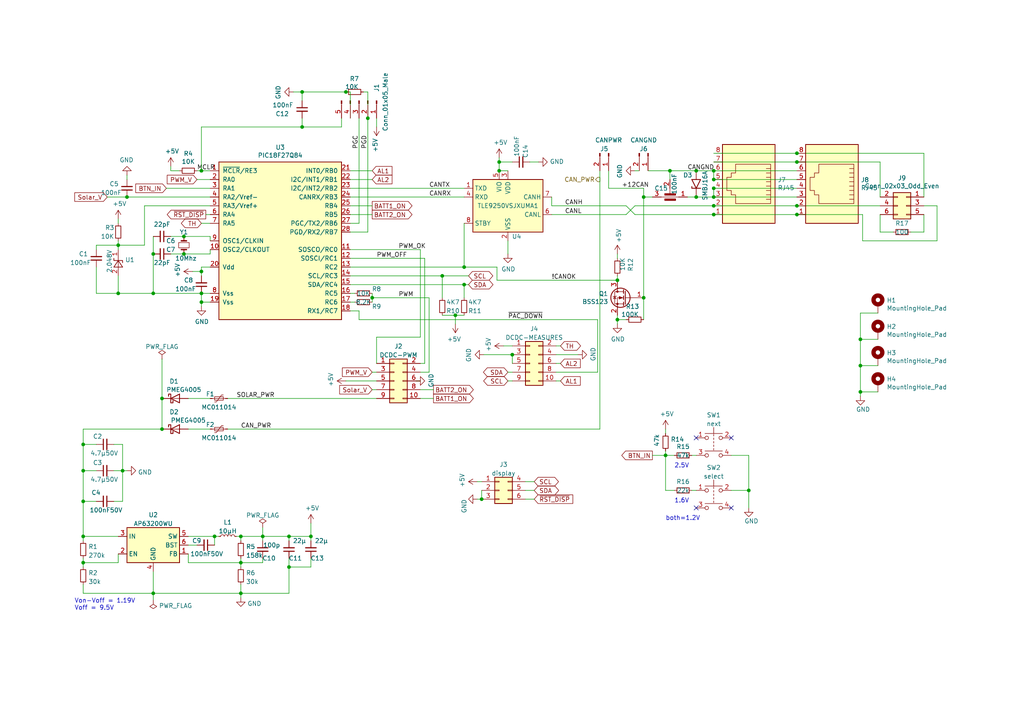
<source format=kicad_sch>
(kicad_sch (version 20211123) (generator eeschema)
  (paper "A4")
  (junction (at 148.59 102.87))
  (junction (at 207.01 49.53))
  (junction (at 207.01 59.69))
  (junction (at 69.85 163.195))
  (junction (at 34.29 85.09))
  (junction (at 46.99 124.46))
  (junction (at 134.62 77.47))
  (junction (at 62.23 155.575))
  (junction (at 106.68 34.29))
  (junction (at 53.34 73.66))
  (junction (at 179.07 92.71))
  (junction (at 231.14 46.99))
  (junction (at 76.2 155.575))
  (junction (at 144.78 49.53))
  (junction (at 193.04 132.08))
  (junction (at 83.82 155.575))
  (junction (at 231.14 62.23))
  (junction (at 90.17 155.575))
  (junction (at 139.7 144.78))
  (junction (at 231.14 44.45))
  (junction (at 217.17 142.24))
  (junction (at 69.85 172.085))
  (junction (at 132.08 91.44))
  (junction (at 24.13 145.415))
  (junction (at 24.13 136.525))
  (junction (at 201.93 49.53))
  (junction (at 249.555 106.045))
  (junction (at 58.42 85.09))
  (junction (at 128.27 80.01))
  (junction (at 34.29 71.12))
  (junction (at 207.01 54.61))
  (junction (at 201.93 57.15))
  (junction (at 107.95 86.36))
  (junction (at 36.83 57.15))
  (junction (at 53.34 68.58))
  (junction (at 87.63 26.67))
  (junction (at 24.13 155.575))
  (junction (at 249.555 113.665))
  (junction (at 58.42 87.63))
  (junction (at 24.13 128.905))
  (junction (at 46.99 115.57))
  (junction (at 207.01 52.07))
  (junction (at 194.31 49.53))
  (junction (at 44.45 85.09))
  (junction (at 144.78 46.99))
  (junction (at 35.56 136.525))
  (junction (at 231.14 59.69))
  (junction (at 207.01 62.23))
  (junction (at 186.69 86.36))
  (junction (at 24.13 163.195))
  (junction (at 87.63 36.83))
  (junction (at 100.33 26.67))
  (junction (at 69.85 155.575))
  (junction (at 249.555 98.425))
  (junction (at 186.69 57.15))
  (junction (at 179.07 81.28))
  (junction (at 207.01 57.15))
  (junction (at 44.45 172.085))
  (junction (at 58.42 78.74))
  (junction (at 83.82 164.465))
  (junction (at 44.45 73.66))
  (junction (at 58.42 49.53))
  (junction (at 134.62 82.55))
  (no_connect (at 212.09 147.32))
  (no_connect (at 201.93 147.32))
  (no_connect (at 212.09 127))
  (no_connect (at 201.93 127))
  (wire (pts (xy 101.6 80.01) (xy 128.27 80.01)))
  (wire (pts (xy 179.07 74.93) (xy 179.07 73.66)))
  (wire (pts (xy 76.2 163.195) (xy 69.85 163.195)))
  (wire (pts (xy 107.95 86.36) (xy 124.46 86.36)))
  (wire (pts (xy 35.56 136.525) (xy 35.56 145.415)))
  (wire (pts (xy 68.58 155.575) (xy 69.85 155.575)))
  (wire (pts (xy 34.29 71.12) (xy 34.29 72.39)))
  (wire (pts (xy 34.29 63.5) (xy 34.29 64.77)))
  (wire (pts (xy 200.66 132.08) (xy 201.93 132.08)))
  (wire (pts (xy 35.56 136.525) (xy 36.83 136.525)))
  (wire (pts (xy 24.13 124.46) (xy 46.99 124.46)))
  (wire (pts (xy 101.6 72.39) (xy 121.92 72.39)))
  (wire (pts (xy 148.59 102.87) (xy 148.59 105.41)))
  (wire (pts (xy 249.555 106.045) (xy 249.555 98.425)))
  (wire (pts (xy 146.05 100.33) (xy 148.59 100.33)))
  (wire (pts (xy 123.19 105.41) (xy 121.92 105.41)))
  (wire (pts (xy 249.555 113.665) (xy 254.635 113.665)))
  (wire (pts (xy 69.85 163.195) (xy 69.85 164.465)))
  (wire (pts (xy 255.27 57.15) (xy 255.27 46.99)))
  (wire (pts (xy 60.96 49.53) (xy 58.42 49.53)))
  (wire (pts (xy 101.6 64.77) (xy 104.14 64.77)))
  (wire (pts (xy 173.355 107.95) (xy 161.29 107.95)))
  (wire (pts (xy 267.97 67.31) (xy 264.16 67.31)))
  (wire (pts (xy 69.85 163.195) (xy 69.85 161.925)))
  (wire (pts (xy 173.355 92.71) (xy 173.355 107.95)))
  (wire (pts (xy 104.14 34.29) (xy 104.14 64.77)))
  (wire (pts (xy 60.96 87.63) (xy 58.42 87.63)))
  (wire (pts (xy 53.34 73.66) (xy 49.53 73.66)))
  (wire (pts (xy 179.07 81.28) (xy 179.07 80.01)))
  (wire (pts (xy 152.4 144.78) (xy 154.94 144.78)))
  (wire (pts (xy 62.23 155.575) (xy 63.5 155.575)))
  (wire (pts (xy 34.29 71.12) (xy 41.91 71.12)))
  (wire (pts (xy 52.07 49.53) (xy 49.53 49.53)))
  (wire (pts (xy 184.15 62.23) (xy 181.61 59.69)))
  (wire (pts (xy 104.14 90.17) (xy 104.14 92.71)))
  (wire (pts (xy 60.96 77.47) (xy 58.42 77.47)))
  (wire (pts (xy 33.02 128.905) (xy 35.56 128.905)))
  (wire (pts (xy 184.15 59.69) (xy 181.61 62.23)))
  (wire (pts (xy 34.29 163.195) (xy 24.13 163.195)))
  (wire (pts (xy 66.04 115.57) (xy 109.22 115.57)))
  (wire (pts (xy 54.61 163.195) (xy 69.85 163.195)))
  (wire (pts (xy 83.82 161.925) (xy 83.82 164.465)))
  (wire (pts (xy 58.42 87.63) (xy 58.42 85.09)))
  (wire (pts (xy 231.14 62.23) (xy 250.19 62.23)))
  (wire (pts (xy 255.27 62.23) (xy 255.27 67.31)))
  (wire (pts (xy 85.09 26.67) (xy 87.63 26.67)))
  (wire (pts (xy 69.85 172.085) (xy 44.45 172.085)))
  (wire (pts (xy 207.01 49.53) (xy 207.01 52.07)))
  (wire (pts (xy 161.29 102.87) (xy 167.64 102.87)))
  (wire (pts (xy 101.6 85.09) (xy 102.87 85.09)))
  (wire (pts (xy 69.85 155.575) (xy 69.85 156.845)))
  (wire (pts (xy 31.115 57.15) (xy 36.83 57.15)))
  (wire (pts (xy 134.62 86.36) (xy 134.62 82.55)))
  (wire (pts (xy 54.61 115.57) (xy 60.96 115.57)))
  (wire (pts (xy 161.29 110.49) (xy 162.56 110.49)))
  (wire (pts (xy 34.29 160.655) (xy 34.29 163.195)))
  (wire (pts (xy 147.32 69.85) (xy 147.32 73.66)))
  (wire (pts (xy 24.13 172.085) (xy 44.45 172.085)))
  (wire (pts (xy 90.17 151.765) (xy 90.17 155.575)))
  (wire (pts (xy 199.39 57.15) (xy 201.93 57.15)))
  (wire (pts (xy 83.82 164.465) (xy 83.82 172.085)))
  (wire (pts (xy 58.42 77.47) (xy 58.42 78.74)))
  (wire (pts (xy 134.62 82.55) (xy 135.89 82.55)))
  (wire (pts (xy 184.15 49.53) (xy 185.42 49.53)))
  (wire (pts (xy 58.42 49.53) (xy 58.42 36.83)))
  (wire (pts (xy 44.45 165.735) (xy 44.45 172.085)))
  (wire (pts (xy 101.6 49.53) (xy 107.95 49.53)))
  (wire (pts (xy 83.82 155.575) (xy 90.17 155.575)))
  (wire (pts (xy 24.13 128.905) (xy 24.13 136.525)))
  (wire (pts (xy 104.14 90.17) (xy 101.6 90.17)))
  (wire (pts (xy 58.42 64.77) (xy 60.96 64.77)))
  (wire (pts (xy 255.27 67.31) (xy 259.08 67.31)))
  (wire (pts (xy 193.04 130.81) (xy 193.04 132.08)))
  (wire (pts (xy 207.01 57.15) (xy 207.01 54.61)))
  (wire (pts (xy 181.61 59.69) (xy 160.02 59.69)))
  (wire (pts (xy 249.555 90.805) (xy 254.635 90.805)))
  (wire (pts (xy 160.02 59.69) (xy 160.02 57.15)))
  (wire (pts (xy 87.63 29.21) (xy 87.63 26.67)))
  (wire (pts (xy 148.59 46.99) (xy 144.78 46.99)))
  (wire (pts (xy 99.06 34.29) (xy 99.06 36.83)))
  (wire (pts (xy 101.6 26.67) (xy 101.6 34.29)))
  (wire (pts (xy 184.15 59.69) (xy 207.01 59.69)))
  (wire (pts (xy 144.78 49.53) (xy 147.32 49.53)))
  (wire (pts (xy 193.04 132.08) (xy 195.58 132.08)))
  (wire (pts (xy 217.17 132.08) (xy 217.17 142.24)))
  (wire (pts (xy 249.555 113.665) (xy 249.555 106.045)))
  (wire (pts (xy 100.33 26.67) (xy 101.6 26.67)))
  (wire (pts (xy 58.42 88.9) (xy 58.42 87.63)))
  (wire (pts (xy 249.555 98.425) (xy 254.635 98.425)))
  (wire (pts (xy 90.17 155.575) (xy 90.17 156.845)))
  (wire (pts (xy 69.85 155.575) (xy 76.2 155.575)))
  (wire (pts (xy 267.97 62.23) (xy 267.97 67.31)))
  (wire (pts (xy 48.26 54.61) (xy 60.96 54.61)))
  (wire (pts (xy 101.6 62.23) (xy 107.95 62.23)))
  (wire (pts (xy 147.32 107.95) (xy 148.59 107.95)))
  (wire (pts (xy 212.09 142.24) (xy 217.17 142.24)))
  (wire (pts (xy 138.43 144.78) (xy 139.7 144.78)))
  (wire (pts (xy 24.13 155.575) (xy 24.13 156.845)))
  (wire (pts (xy 186.69 54.61) (xy 186.69 57.15)))
  (wire (pts (xy 24.13 136.525) (xy 24.13 145.415)))
  (wire (pts (xy 34.29 69.85) (xy 34.29 71.12)))
  (wire (pts (xy 24.13 145.415) (xy 27.94 145.415)))
  (wire (pts (xy 69.85 172.085) (xy 69.85 169.545)))
  (wire (pts (xy 44.45 85.09) (xy 44.45 73.66)))
  (wire (pts (xy 231.14 62.23) (xy 207.01 62.23)))
  (wire (pts (xy 59.69 62.23) (xy 60.96 62.23)))
  (wire (pts (xy 87.63 34.29) (xy 87.63 36.83)))
  (wire (pts (xy 101.6 54.61) (xy 134.62 54.61)))
  (wire (pts (xy 87.63 36.83) (xy 58.42 36.83)))
  (wire (pts (xy 41.91 71.12) (xy 41.91 59.69)))
  (wire (pts (xy 60.96 68.58) (xy 60.96 69.85)))
  (wire (pts (xy 271.78 69.85) (xy 271.78 59.69)))
  (wire (pts (xy 109.22 97.79) (xy 121.92 97.79)))
  (wire (pts (xy 124.46 86.36) (xy 124.46 107.95)))
  (wire (pts (xy 54.61 158.115) (xy 57.15 158.115)))
  (wire (pts (xy 27.94 85.09) (xy 27.94 77.47)))
  (wire (pts (xy 184.15 62.23) (xy 207.01 62.23)))
  (wire (pts (xy 181.61 62.23) (xy 160.02 62.23)))
  (wire (pts (xy 34.29 85.09) (xy 27.94 85.09)))
  (wire (pts (xy 24.13 169.545) (xy 24.13 172.085)))
  (wire (pts (xy 83.82 172.085) (xy 69.85 172.085)))
  (wire (pts (xy 271.78 59.69) (xy 267.97 59.69)))
  (wire (pts (xy 139.7 142.24) (xy 139.7 144.78)))
  (wire (pts (xy 100.33 110.49) (xy 109.22 110.49)))
  (wire (pts (xy 207.01 44.45) (xy 231.14 44.45)))
  (wire (pts (xy 101.6 87.63) (xy 102.87 87.63)))
  (wire (pts (xy 101.6 82.55) (xy 134.62 82.55)))
  (wire (pts (xy 121.92 115.57) (xy 125.73 115.57)))
  (wire (pts (xy 186.69 86.36) (xy 186.69 92.71)))
  (wire (pts (xy 101.6 57.15) (xy 134.62 57.15)))
  (wire (pts (xy 76.2 161.925) (xy 76.2 163.195)))
  (wire (pts (xy 106.68 34.29) (xy 106.68 67.31)))
  (wire (pts (xy 231.14 52.07) (xy 207.01 52.07)))
  (wire (pts (xy 27.94 71.12) (xy 27.94 72.39)))
  (wire (pts (xy 24.13 161.925) (xy 24.13 163.195)))
  (wire (pts (xy 195.58 142.24) (xy 193.04 142.24)))
  (wire (pts (xy 106.68 26.67) (xy 106.68 34.29)))
  (wire (pts (xy 83.82 164.465) (xy 90.17 164.465)))
  (wire (pts (xy 34.29 85.09) (xy 44.45 85.09)))
  (wire (pts (xy 194.31 49.53) (xy 201.93 49.53)))
  (wire (pts (xy 231.14 46.99) (xy 207.01 46.99)))
  (wire (pts (xy 207.01 59.69) (xy 231.14 59.69)))
  (wire (pts (xy 101.6 59.69) (xy 107.95 59.69)))
  (wire (pts (xy 60.96 72.39) (xy 60.96 73.66)))
  (wire (pts (xy 121.92 113.03) (xy 125.73 113.03)))
  (wire (pts (xy 101.6 52.07) (xy 107.95 52.07)))
  (wire (pts (xy 58.42 78.74) (xy 55.88 78.74)))
  (wire (pts (xy 49.53 68.58) (xy 53.34 68.58)))
  (wire (pts (xy 249.555 98.425) (xy 249.555 90.805)))
  (wire (pts (xy 134.62 77.47) (xy 101.6 77.47)))
  (wire (pts (xy 83.82 155.575) (xy 83.82 156.845)))
  (wire (pts (xy 90.17 164.465) (xy 90.17 161.925)))
  (wire (pts (xy 249.555 106.045) (xy 254.635 106.045)))
  (wire (pts (xy 62.23 155.575) (xy 62.23 158.115)))
  (wire (pts (xy 24.13 145.415) (xy 24.13 155.575)))
  (wire (pts (xy 132.08 91.44) (xy 128.27 91.44)))
  (wire (pts (xy 44.45 85.09) (xy 58.42 85.09)))
  (wire (pts (xy 179.07 93.98) (xy 179.07 92.71)))
  (wire (pts (xy 135.89 80.01) (xy 128.27 80.01)))
  (wire (pts (xy 138.43 139.7) (xy 139.7 139.7)))
  (wire (pts (xy 76.2 155.575) (xy 83.82 155.575)))
  (wire (pts (xy 60.96 85.09) (xy 58.42 85.09)))
  (wire (pts (xy 249.555 114.935) (xy 249.555 113.665)))
  (wire (pts (xy 134.62 91.44) (xy 132.08 91.44)))
  (wire (pts (xy 24.13 128.905) (xy 27.94 128.905)))
  (wire (pts (xy 57.15 52.07) (xy 60.96 52.07)))
  (wire (pts (xy 144.145 81.28) (xy 144.145 77.47)))
  (wire (pts (xy 34.29 71.12) (xy 27.94 71.12)))
  (wire (pts (xy 207.01 54.61) (xy 231.14 54.61)))
  (wire (pts (xy 250.19 62.23) (xy 250.19 69.85)))
  (wire (pts (xy 152.4 142.24) (xy 154.94 142.24)))
  (wire (pts (xy 161.29 100.33) (xy 162.56 100.33)))
  (wire (pts (xy 187.96 49.53) (xy 194.31 49.53)))
  (wire (pts (xy 53.34 68.58) (xy 60.96 68.58)))
  (wire (pts (xy 121.92 110.49) (xy 120.65 110.49)))
  (wire (pts (xy 186.69 57.15) (xy 189.23 57.15)))
  (wire (pts (xy 107.95 113.03) (xy 109.22 113.03)))
  (wire (pts (xy 207.01 57.15) (xy 201.93 57.15)))
  (wire (pts (xy 58.42 49.53) (xy 57.15 49.53)))
  (wire (pts (xy 34.29 80.01) (xy 34.29 85.09)))
  (wire (pts (xy 87.63 36.83) (xy 99.06 36.83)))
  (wire (pts (xy 194.31 49.53) (xy 194.31 52.07)))
  (wire (pts (xy 87.63 26.67) (xy 100.33 26.67)))
  (wire (pts (xy 46.99 115.57) (xy 46.99 124.46)))
  (wire (pts (xy 54.61 160.655) (xy 54.61 163.195)))
  (wire (pts (xy 24.13 163.195) (xy 24.13 164.465)))
  (wire (pts (xy 49.53 49.53) (xy 49.53 48.26)))
  (wire (pts (xy 54.61 155.575) (xy 62.23 155.575)))
  (wire (pts (xy 189.23 132.08) (xy 193.04 132.08)))
  (wire (pts (xy 181.61 92.71) (xy 179.07 92.71)))
  (wire (pts (xy 161.29 105.41) (xy 162.56 105.41)))
  (wire (pts (xy 76.2 155.575) (xy 76.2 156.845)))
  (wire (pts (xy 152.4 139.7) (xy 154.94 139.7)))
  (wire (pts (xy 212.09 132.08) (xy 217.17 132.08)))
  (wire (pts (xy 153.67 46.99) (xy 156.21 46.99)))
  (wire (pts (xy 121.92 72.39) (xy 121.92 97.79)))
  (wire (pts (xy 217.17 142.24) (xy 217.17 147.32)))
  (wire (pts (xy 144.78 46.99) (xy 144.78 49.53)))
  (wire (pts (xy 107.95 85.09) (xy 107.95 86.36)))
  (wire (pts (xy 144.145 77.47) (xy 134.62 77.47)))
  (wire (pts (xy 35.56 145.415) (xy 33.02 145.415)))
  (wire (pts (xy 176.53 49.53) (xy 176.53 54.61)))
  (wire (pts (xy 24.13 136.525) (xy 27.94 136.525)))
  (wire (pts (xy 134.62 64.77) (xy 134.62 77.47)))
  (wire (pts (xy 267.97 44.45) (xy 267.97 57.15)))
  (wire (pts (xy 250.19 69.85) (xy 271.78 69.85)))
  (wire (pts (xy 147.32 110.49) (xy 148.59 110.49)))
  (wire (pts (xy 76.2 153.035) (xy 76.2 155.575)))
  (wire (pts (xy 24.13 155.575) (xy 34.29 155.575)))
  (wire (pts (xy 69.85 172.085) (xy 69.85 173.355)))
  (wire (pts (xy 36.83 57.15) (xy 60.96 57.15)))
  (wire (pts (xy 132.08 93.98) (xy 132.08 91.44)))
  (wire (pts (xy 33.02 136.525) (xy 35.56 136.525)))
  (wire (pts (xy 41.91 59.69) (xy 60.96 59.69)))
  (wire (pts (xy 176.53 54.61) (xy 186.69 54.61)))
  (wire (pts (xy 109.22 97.79) (xy 109.22 105.41)))
  (wire (pts (xy 44.45 68.58) (xy 44.45 73.66)))
  (wire (pts (xy 101.6 74.93) (xy 123.19 74.93)))
  (wire (pts (xy 193.04 124.46) (xy 193.04 125.73)))
  (wire (pts (xy 109.22 36.83) (xy 109.22 34.29)))
  (wire (pts (xy 105.41 26.67) (xy 106.68 26.67)))
  (wire (pts (xy 107.95 107.95) (xy 109.22 107.95)))
  (wire (pts (xy 124.46 107.95) (xy 121.92 107.95)))
  (wire (pts (xy 231.14 59.69) (xy 255.27 59.69)))
  (wire (pts (xy 101.6 67.31) (xy 106.68 67.31)))
  (wire (pts (xy 60.96 73.66) (xy 53.34 73.66)))
  (wire (pts (xy 54.61 124.46) (xy 60.96 124.46)))
  (wire (pts (xy 35.56 128.905) (xy 35.56 136.525)))
  (wire (pts (xy 44.45 172.085) (xy 44.45 173.99)))
  (wire (pts (xy 144.145 81.28) (xy 179.07 81.28)))
  (wire (pts (xy 173.99 49.53) (xy 173.99 124.46)))
  (wire (pts (xy 201.93 49.53) (xy 207.01 49.53)))
  (wire (pts (xy 104.14 92.71) (xy 173.355 92.71)))
  (wire (pts (xy 186.69 57.15) (xy 186.69 86.36)))
  (wire (pts (xy 193.04 142.24) (xy 193.04 132.08)))
  (wire (pts (xy 128.27 86.36) (xy 128.27 80.01)))
  (wire (pts (xy 107.95 86.36) (xy 107.95 87.63)))
  (wire (pts (xy 46.99 104.14) (xy 46.99 115.57)))
  (wire (pts (xy 207.01 49.53) (xy 231.14 49.53)))
  (wire (pts (xy 231.14 57.15) (xy 207.01 57.15)))
  (wire (pts (xy 123.19 74.93) (xy 123.19 105.41)))
  (wire (pts (xy 58.42 78.74) (xy 58.42 80.01)))
  (wire (pts (xy 231.14 44.45) (xy 267.97 44.45)))
  (wire (pts (xy 24.13 124.46) (xy 24.13 128.905)))
  (wire (pts (xy 200.66 142.24) (xy 201.93 142.24)))
  (wire (pts (xy 140.335 102.87) (xy 148.59 102.87)))
  (wire (pts (xy 66.04 124.46) (xy 173.99 124.46)))
  (wire (pts (xy 179.07 92.71) (xy 179.07 91.44)))
  (wire (pts (xy 144.78 45.72) (xy 144.78 46.99)))
  (wire (pts (xy 36.83 50.8) (xy 36.83 52.07)))
  (wire (pts (xy 255.27 46.99) (xy 231.14 46.99)))
  (text "both=1.2V" (at 193.04 151.13 0) (effects (font (size 1.27 1.27)) (justify left bottom)))
  (text "1.6V" (at 195.58 146.05 0) (effects (font (size 1.27 1.27)) (justify left bottom)))
  (text "2.5V\n" (at 195.58 135.89 0) (effects (font (size 1.27 1.27)) (justify left bottom)))
  (text "Von-Voff = 1.19V\nVoff = 9.5V" (at 21.59 177.165 0) (effects (font (size 1.27 1.27)) (justify left bottom)))
  (label "CANH" (at 163.83 59.69 0))
  (label "PGD" (at 106.68 43.18 90))
  (label "CANL" (at 163.83 62.23 0))
  (label "CANGND" (at 199.39 49.53 0))
  (label "CANTX" (at 124.46 54.61 0))
  (label "!CANOK" (at 160.02 81.28 0))
  (label "~{PAC_DOWN}" (at 147.32 92.71 0))
  (label "CAN_PWR" (at 69.85 124.46 0))
  (label "PWM" (at 115.57 86.36 0))
  (label "+12CAN" (at 180.34 54.61 0))
  (label "PGC" (at 104.14 43.18 90))
  (label "PWM_OFF" (at 109.22 74.93 0))
  (label "PWM_OK" (at 115.57 72.39 0))
  (label "MCLR" (at 57.15 49.53 0))
  (label "CANRX" (at 124.46 57.15 0))
  (label "SOLAR_PWR" (at 68.58 115.57 0))
  (global_label "BTN_IN" (shape output) (at 189.23 132.08 180) (property "Intersheet References" "${INTERSHEET_REFS}" (effects hide)))
  (global_label "SCL" (shape bidirectional) (at 154.94 139.7 0) (property "Intersheet References" "${INTERSHEET_REFS}" (effects hide)))
  (global_label "AL2" (shape input) (at 107.95 52.07 0) (property "Intersheet References" "${INTERSHEET_REFS}" (effects hide)))
  (global_label "BATT2_ON" (shape output) (at 125.73 113.03 0) (property "Intersheet References" "${INTERSHEET_REFS}" (effects hide)))
  (global_label "AL1" (shape input) (at 107.95 49.53 0) (property "Intersheet References" "${INTERSHEET_REFS}" (effects hide)))
  (global_label "BATT2_ON" (shape output) (at 107.95 62.23 0) (property "Intersheet References" "${INTERSHEET_REFS}" (effects hide)))
  (global_label "SDA" (shape bidirectional) (at 135.89 82.55 0) (property "Intersheet References" "${INTERSHEET_REFS}" (effects hide)))
  (global_label "BTN_IN" (shape input) (at 48.26 54.61 180) (property "Intersheet References" "${INTERSHEET_REFS}" (effects hide)))
  (global_label "TH" (shape tri_state) (at 58.42 64.77 180) (property "Intersheet References" "${INTERSHEET_REFS}" (effects hide)))
  (global_label "~{RST_DISP}" (shape output) (at 59.69 62.23 180) (property "Intersheet References" "${INTERSHEET_REFS}" (effects hide)))
  (global_label "AL2" (shape input) (at 162.56 105.41 0) (property "Intersheet References" "${INTERSHEET_REFS}" (effects hide)))
  (global_label "~{RST_DISP}" (shape input) (at 154.94 144.78 0) (property "Intersheet References" "${INTERSHEET_REFS}" (effects hide)))
  (global_label "SDA" (shape bidirectional) (at 154.94 142.24 0) (property "Intersheet References" "${INTERSHEET_REFS}" (effects hide)))
  (global_label "BATT1_ON" (shape output) (at 107.95 59.69 0) (property "Intersheet References" "${INTERSHEET_REFS}" (effects hide)))
  (global_label "SDA" (shape bidirectional) (at 147.32 107.95 180) (property "Intersheet References" "${INTERSHEET_REFS}" (effects hide)))
  (global_label "AL1" (shape input) (at 162.56 110.49 0) (property "Intersheet References" "${INTERSHEET_REFS}" (effects hide)))
  (global_label "SCL" (shape bidirectional) (at 135.89 80.01 0) (property "Intersheet References" "${INTERSHEET_REFS}" (effects hide)))
  (global_label "PWM_V" (shape input) (at 107.95 107.95 180) (property "Intersheet References" "${INTERSHEET_REFS}" (effects hide)))
  (global_label "Solar_V" (shape input) (at 31.115 57.15 180) (property "Intersheet References" "${INTERSHEET_REFS}" (effects hide)))
  (global_label "PWM_V" (shape input) (at 57.15 52.07 180) (property "Intersheet References" "${INTERSHEET_REFS}" (effects hide)))
  (global_label "Solar_V" (shape input) (at 107.95 113.03 180) (property "Intersheet References" "${INTERSHEET_REFS}" (effects hide)))
  (global_label "TH" (shape tri_state) (at 162.56 100.33 0) (property "Intersheet References" "${INTERSHEET_REFS}" (effects hide)))
  (global_label "BATT1_ON" (shape output) (at 125.73 115.57 0) (property "Intersheet References" "${INTERSHEET_REFS}" (effects hide)))
  (global_label "SCL" (shape bidirectional) (at 147.32 110.49 180) (property "Intersheet References" "${INTERSHEET_REFS}" (effects hide)))
  (hierarchical_label "CAN_PWR" (shape output) (at 173.99 52.07 180))
  (symbol (lib_id "Mechanical:MountingHole_Pad") (at 254.635 88.265 0) (unit 1)
    (property "Reference" "H1" (at 257.175 87.0966 0) (effects (justify left)))
    (property "Value" "MountingHole_Pad" (at 257.175 89.408 0) (effects (justify left)))
    (property "Footprint" "MountingHole:MountingHole_3.2mm_M3_DIN965_Pad" (effects hide))
    (property "P/N" "N/A" (effects hide))
  )
  (symbol (lib_id "Mechanical:MountingHole_Pad") (at 254.635 95.885 0) (unit 1)
    (property "Reference" "H2" (at 257.175 94.7166 0) (effects (justify left)))
    (property "Value" "MountingHole_Pad" (at 257.175 97.028 0) (effects (justify left)))
    (property "Footprint" "MountingHole:MountingHole_3.2mm_M3_DIN965_Pad" (effects hide))
    (property "P/N" "N/A" (effects hide))
  )
  (symbol (lib_id "Mechanical:MountingHole_Pad") (at 254.635 103.505 0) (unit 1)
    (property "Reference" "H3" (at 257.175 102.3366 0) (effects (justify left)))
    (property "Value" "MountingHole_Pad" (at 257.175 104.648 0) (effects (justify left)))
    (property "Footprint" "MountingHole:MountingHole_3.2mm_M3_DIN965_Pad" (effects hide))
    (property "P/N" "N/A" (effects hide))
  )
  (symbol (lib_id "Mechanical:MountingHole_Pad") (at 254.635 111.125 0) (unit 1)
    (property "Reference" "H4" (at 257.175 109.9566 0) (effects (justify left)))
    (property "Value" "MountingHole_Pad" (at 257.175 112.268 0) (effects (justify left)))
    (property "Footprint" "MountingHole:MountingHole_3.2mm_M3_DIN965_Pad" (effects hide))
    (property "P/N" "N/A" (effects hide))
  )
  (symbol (lib_id "Device:C_Small") (at 36.83 54.61 180) (unit 1)
    (property "Reference" "C5" (at 31.75 53.34 0) (effects (justify right)))
    (property "Value" "100nF" (at 29.21 55.88 0) (effects (justify right)))
    (property "Footprint" "Capacitor_SMD:C_0603_1608Metric_Pad1.08x0.95mm_HandSolder" (effects hide))
    (property "P/N" "MC0603B104K250CT (stock)" (effects hide))
  )
  (symbol (lib_id "power:+5V") (at 138.43 139.7 90) (unit 1)
    (property "Reference" "#PWR014" (effects hide))
    (property "Value" "+5V" (at 134.0358 139.319 0))
  )
  (symbol (lib_id "Device:Polyfuse_Small") (at 63.5 115.57 270) (unit 1)
    (property "Reference" "F1" (at 60.96 114.3 90))
    (property "Value" "MC011014" (at 63.5 118.11 90))
    (property "Footprint" "Fuse:Fuse_2920_7451Metric_Pad2.10x5.45mm_HandSolder" (effects hide))
    (property "P/N" "MC011014 (F)" (effects hide))
  )
  (symbol (lib_id "Device:R_Small") (at 128.27 88.9 0) (unit 1)
    (property "Reference" "R10" (at 133.35 90.17 0) (effects (justify right)))
    (property "Value" "4K7" (at 133.35 87.63 0) (effects (justify right)))
    (property "Footprint" "Resistor_SMD:R_0805_2012Metric_Pad1.20x1.40mm_HandSolder" (effects hide))
    (property "P/N" "stock" (effects hide))
  )
  (symbol (lib_id "Device:C_Small") (at 27.94 74.93 180) (unit 1)
    (property "Reference" "C1" (at 22.86 73.66 0) (effects (justify right)))
    (property "Value" "100nF" (at 20.32 76.2 0) (effects (justify right)))
    (property "Footprint" "Capacitor_SMD:C_0603_1608Metric_Pad1.08x0.95mm_HandSolder" (effects hide))
    (property "P/N" "MC0603B104K250CT (stock)" (effects hide))
  )
  (symbol (lib_id "Device:D_Schottky") (at 50.8 124.46 0) (unit 1)
    (property "Reference" "D2" (at 50.4825 119.4902 0))
    (property "Value" "PMEG4005" (at 54.61 121.92 0))
    (property "Footprint" "Diode_SMD:D_SOD-123" (effects hide))
    (property "P/N" "PMEG4005EGWX (stock)" (effects hide))
  )
  (symbol (lib_id "Device:R_Small") (at 69.85 167.005 0) (unit 1)
    (property "Reference" "R6" (at 71.3486 166.1703 0) (effects (justify left)))
    (property "Value" "30k" (at 71.3486 168.7072 0) (effects (justify left)))
    (property "Footprint" "Resistor_SMD:R_0805_2012Metric_Pad1.20x1.40mm_HandSolder" (effects hide))
    (property "P/N" "MCWR08X3002FTL (F)" (effects hide))
  )
  (symbol (lib_id "power:GND") (at 217.17 147.32 0) (unit 1)
    (property "Reference" "#PWR025" (effects hide))
    (property "Value" "GND" (at 215.9 151.13 0) (effects (justify left)))
  )
  (symbol (lib_id "Device:C_Small") (at 30.48 136.525 90) (unit 1)
    (property "Reference" "C3" (at 29.6516 134.2009 90) (effects (justify left)))
    (property "Value" "4.7µ50V" (at 34.29 139.065 90) (effects (justify left)))
    (property "Footprint" "Capacitor_SMD:C_1206_3216Metric_Pad1.33x1.80mm_HandSolder" (effects hide))
    (property "P/N" "GRM31CR71H475KA12L (M)" (effects hide))
  )
  (symbol (lib_id "power:+5V") (at 193.04 124.46 0) (unit 1)
    (property "Reference" "#PWR024" (effects hide))
    (property "Value" "+5V" (at 193.421 120.0658 0))
  )
  (symbol (lib_id "Device:R_Small") (at 198.12 132.08 90) (unit 1)
    (property "Reference" "R15" (at 198.12 129.54 90))
    (property "Value" "47k" (at 198.12 132.08 90))
    (property "Footprint" "Resistor_SMD:R_0805_2012Metric_Pad1.20x1.40mm_HandSolder" (effects hide))
    (property "P/N" "stock" (effects hide))
  )
  (symbol (lib_id "Device:R_Small") (at 198.12 142.24 90) (unit 1)
    (property "Reference" "R16" (at 198.12 139.7 90))
    (property "Value" "22k" (at 198.12 142.24 90))
    (property "Footprint" "Resistor_SMD:R_0805_2012Metric_Pad1.20x1.40mm_HandSolder" (effects hide))
    (property "P/N" "WF08P2202FTL (F)" (effects hide))
  )
  (symbol (lib_id "Device:C_Small") (at 76.2 159.385 0) (unit 1)
    (property "Reference" "C10" (at 80.01 161.925 0) (effects (justify right)))
    (property "Value" "100p" (at 81.28 158.115 0) (effects (justify right)))
    (property "Footprint" "Capacitor_SMD:C_0805_2012Metric_Pad1.18x1.45mm_HandSolder" (effects hide))
    (property "P/N" "MC0805B101K500CT (F)" (effects hide))
  )
  (symbol (lib_id "Connector:Conn_01x05_Male") (at 104.14 29.21 270) (unit 1)
    (property "Reference" "J1" (at 109.22 26.67 0) (effects (justify right)))
    (property "Value" "Conn_01x05_Male" (at 111.76 38.1 0) (effects (justify right)))
    (property "Footprint" "Connector_PinHeader_2.54mm:PinHeader_1x05_P2.54mm_Horizontal" (effects hide))
    (property "P/N" "stock" (effects hide))
  )
  (symbol (lib_id "Device:Q_NMOS_GSD") (at 181.61 86.36 0) (mirror y) (unit 1)
    (property "Reference" "Q1" (at 176.403 85.1916 0) (effects (justify left)))
    (property "Value" "BSS123" (at 176.403 87.503 0) (effects (justify left)))
    (property "Footprint" "Package_TO_SOT_SMD:SOT-23" (effects hide))
    (property "P/N" "BSS123 (stock)" (effects hide))
  )
  (symbol (lib_id "Connector:RJ45") (at 241.3 54.61 0) (mirror y) (unit 1)
    (property "Reference" "J8" (at 249.682 52.1716 0) (effects (justify right)))
    (property "Value" "RJ45" (at 249.682 54.483 0) (effects (justify right)))
    (property "Footprint" "local:RJ45_Amphenol_54602-x08_Horizontal_handsolder" (effects hide))
    (property "P/N" "54601-908WPLF (stock)" (effects hide))
  )
  (symbol (lib_id "Device:C_Small") (at 59.69 158.115 270) (unit 1)
    (property "Reference" "C9" (at 58.42 156.845 90) (effects (justify right)))
    (property "Value" "100nF50V" (at 64.77 160.655 90) (effects (justify right)))
    (property "Footprint" "Capacitor_SMD:C_1206_3216Metric_Pad1.33x1.80mm_HandSolder" (effects hide))
    (property "P/N" "C1206C104K5RACTU (M)" (effects hide))
  )
  (symbol (lib_id "power:+5V") (at 144.78 45.72 0) (unit 1)
    (property "Reference" "#PWR017" (effects hide))
    (property "Value" "+5V" (at 145.161 41.3258 0))
  )
  (symbol (lib_id "Connector:RJ45") (at 217.17 54.61 0) (mirror y) (unit 1)
    (property "Reference" "J7" (at 225.552 52.1716 0) (effects (justify right)))
    (property "Value" "RJ45" (at 225.552 54.483 0) (effects (justify right)))
    (property "Footprint" "local:RJ45_Amphenol_54602-x08_Horizontal_handsolder" (effects hide))
    (property "P/N" "54601-908WPLF (stock)" (effects hide))
  )
  (symbol (lib_id "Device:R_Small") (at 261.62 67.31 270) (unit 1)
    (property "Reference" "R17" (at 261.62 64.77 90))
    (property "Value" "100" (at 261.62 67.31 90))
    (property "Footprint" "Resistor_SMD:R_0805_2012Metric_Pad1.20x1.40mm_HandSolder" (effects hide))
    (property "P/N" "MCWF08P1000FTL (stock)" (effects hide))
  )
  (symbol (lib_id "power:GND") (at 58.42 88.9 0) (unit 1)
    (property "Reference" "#PWR06" (effects hide))
    (property "Value" "GND" (at 58.547 93.2942 0))
  )
  (symbol (lib_id "power:+5V") (at 90.17 151.765 0) (unit 1)
    (property "Reference" "#PWR09" (effects hide))
    (property "Value" "+5V" (at 90.551 147.3708 0))
  )
  (symbol (lib_id "Device:D_Schottky") (at 50.8 115.57 0) (unit 1)
    (property "Reference" "D1" (at 50.4825 110.6002 0))
    (property "Value" "PMEG4005" (at 53.34 113.03 0))
    (property "Footprint" "Diode_SMD:D_SOD-123" (effects hide))
    (property "P/N" "PMEG4005EGWX (stock)" (effects hide))
  )
  (symbol (lib_id "Device:R_Small") (at 69.85 159.385 0) (unit 1)
    (property "Reference" "R5" (at 71.3486 158.5503 0) (effects (justify left)))
    (property "Value" "158k" (at 71.3486 161.0872 0) (effects (justify left)))
    (property "Footprint" "Resistor_SMD:R_0805_2012Metric_Pad1.20x1.40mm_HandSolder" (effects hide))
    (property "P/N" "CR0805-FX-1583ELF (M)" (effects hide))
  )
  (symbol (lib_id "Device:C_Small") (at 46.99 73.66 270) (unit 1)
    (property "Reference" "C7" (at 49.53 72.39 90))
    (property "Value" "22pF" (at 46.99 76.2 90))
    (property "Footprint" "Capacitor_THT:C_Disc_D3.8mm_W2.6mm_P2.50mm" (effects hide))
    (property "P/N" "stock" (effects hide))
  )
  (symbol (lib_id "microchip-local:PIC18F27Q84") (at 81.28 69.85 0) (unit 1)
    (property "Reference" "U3" (at 81.28 42.7482 0))
    (property "Value" "PIC18F27Q84" (at 81.28 45.0596 0))
    (property "Footprint" "Package_SO:SOIC-28W_7.5x17.9mm_P1.27mm" (effects hide))
    (property "Datasheet" "http://ww1.microchip.com/downloads/en/DeviceDoc/39977f.pdf" (effects hide))
    (property "P/N" "stock" (effects hide))
  )
  (symbol (lib_id "Device:R_Small") (at 134.62 88.9 0) (unit 1)
    (property "Reference" "R11" (at 139.7 90.17 0) (effects (justify right)))
    (property "Value" "4K7" (at 139.7 87.63 0) (effects (justify right)))
    (property "Footprint" "Resistor_THT:R_Axial_DIN0207_L6.3mm_D2.5mm_P10.16mm_Horizontal" (effects hide))
    (property "P/N" "stock" (effects hide))
  )
  (symbol (lib_id "Connector_Generic:Conn_02x03_Odd_Even") (at 262.89 59.69 0) (mirror y) (unit 1)
    (property "Reference" "J9" (at 261.62 51.6382 0))
    (property "Value" "Conn_02x03_Odd_Even" (at 261.62 53.9496 0))
    (property "Footprint" "Connector_PinHeader_2.54mm:PinHeader_2x03_P2.54mm_Vertical" (effects hide))
    (property "P/N" "stock" (effects hide))
  )
  (symbol (lib_id "power:+5V") (at 179.07 73.66 0) (unit 1)
    (property "Reference" "#PWR021" (effects hide))
    (property "Value" "+5V" (at 179.451 70.4088 90) (effects (justify left)))
  )
  (symbol (lib_id "power:GND") (at 120.65 110.49 90) (unit 1)
    (property "Reference" "#PWR012" (effects hide))
    (property "Value" "GND" (at 125.0442 110.363 0))
  )
  (symbol (lib_id "Regulator_Switching:AP63200WU") (at 44.45 158.115 0) (unit 1)
    (property "Reference" "U2" (at 44.45 149.3352 0))
    (property "Value" "AP63200WU" (at 44.45 151.8721 0))
    (property "Footprint" "Package_TO_SOT_SMD:TSOT-23-6" (effects hide))
    (property "Datasheet" "https://www.diodes.com/assets/Datasheets/AP63200-AP63201-AP63203-AP63205.pdf" (effects hide))
    (property "P/N" "AP63200WU-7 (M)" (effects hide))
  )
  (symbol (lib_id "Device:C_Small") (at 87.63 31.75 0) (unit 1)
    (property "Reference" "C12" (at 83.82 33.02 0) (effects (justify right)))
    (property "Value" "100nF" (at 85.09 30.48 0) (effects (justify right)))
    (property "Footprint" "Capacitor_SMD:C_0603_1608Metric_Pad1.08x0.95mm_HandSolder" (effects hide))
    (property "P/N" "MC0603B104K250CT (stock)" (effects hide))
  )
  (symbol (lib_id "Device:C_Small") (at 83.82 159.385 180) (unit 1)
    (property "Reference" "C11" (at 87.63 161.925 0) (effects (justify left)))
    (property "Value" "22µ" (at 88.9 156.845 0) (effects (justify left)))
    (property "Footprint" "Capacitor_SMD:C_1206_3216Metric_Pad1.33x1.80mm_HandSolder" (effects hide))
    (property "P/N" "CL31A226KAHNNN (M)" (effects hide))
  )
  (symbol (lib_id "Device:C_Feedthrough") (at 194.31 54.61 180) (unit 1)
    (property "Reference" "C15" (at 191.77 54.61 0))
    (property "Value" "100nF" (at 195.58 53.34 90))
    (property "Footprint" "local:C_filter_0805" (effects hide))
    (property "P/N" "NFM21PC104R1E3D (M)" (effects hide))
  )
  (symbol (lib_id "power:GND") (at 85.09 26.67 270) (unit 1)
    (property "Reference" "#PWR08" (effects hide))
    (property "Value" "GND" (at 80.6958 26.797 0))
  )
  (symbol (lib_id "Device:C_Small") (at 46.99 68.58 270) (unit 1)
    (property "Reference" "C6" (at 49.53 69.85 90))
    (property "Value" "22pF" (at 46.99 65.0748 90))
    (property "Footprint" "Capacitor_THT:C_Disc_D3.8mm_W2.6mm_P2.50mm" (effects hide))
    (property "P/N" "stock" (effects hide))
  )
  (symbol (lib_id "power:+5V") (at 49.53 48.26 0) (unit 1)
    (property "Reference" "#PWR04" (effects hide))
    (property "Value" "+5V" (at 49.911 43.8658 0))
  )
  (symbol (lib_id "Device:L_Small") (at 66.04 155.575 90) (unit 1)
    (property "Reference" "L1" (at 66.04 151.4942 90))
    (property "Value" "10µH" (at 66.04 154.0311 90))
    (property "Footprint" "Inductor_SMD:L_12x12mm_H4.5mm" (effects hide))
    (property "P/N" "MP002847 (F)" (effects hide))
  )
  (symbol (lib_id "Device:C_Small") (at 90.17 159.385 180) (unit 1)
    (property "Reference" "C13" (at 93.98 161.925 0) (effects (justify left)))
    (property "Value" "22µ" (at 95.25 156.845 0) (effects (justify left)))
    (property "Footprint" "Capacitor_SMD:C_1206_3216Metric_Pad1.33x1.80mm_HandSolder" (effects hide))
    (property "P/N" "CL31A226KAHNNN (M)" (effects hide))
  )
  (symbol (lib_id "power:PWR_FLAG") (at 76.2 153.035 0) (unit 1)
    (property "Reference" "#FLG03" (effects hide))
    (property "Value" "PWR_FLAG" (at 76.2 149.4592 0))
  )
  (symbol (lib_id "Connector:Conn_01x02_Male") (at 176.53 44.45 270) (unit 1)
    (property "Reference" "J5" (at 175.26 43.18 90))
    (property "Value" "CANPWR" (at 176.53 40.64 90))
    (property "Footprint" "Connector_PinHeader_2.54mm:PinHeader_1x02_P2.54mm_Vertical" (effects hide))
    (property "P/N" "stock" (effects hide))
  )
  (symbol (lib_id "power:GND") (at 147.32 73.66 0) (unit 1)
    (property "Reference" "#PWR019" (effects hide))
    (property "Value" "GND" (at 147.447 78.0542 0))
  )
  (symbol (lib_id "Device:Polyfuse_Small") (at 63.5 124.46 270) (unit 1)
    (property "Reference" "F2" (at 60.96 123.19 90))
    (property "Value" "MC011014" (at 63.5 127 90))
    (property "Footprint" "Fuse:Fuse_2920_7451Metric_Pad2.10x5.45mm_HandSolder" (effects hide))
    (property "P/N" "MC011014 (F)" (effects hide))
  )
  (symbol (lib_id "power:+5V") (at 109.22 36.83 180) (unit 1)
    (property "Reference" "#PWR011" (effects hide))
    (property "Value" "+5V" (at 108.839 40.0812 90) (effects (justify left)))
  )
  (symbol (lib_id "power:GND") (at 140.335 102.87 270) (unit 1)
    (property "Reference" "#PWR016" (effects hide))
    (property "Value" "GND" (at 135.9408 102.997 0))
  )
  (symbol (lib_id "Interface_CAN_LIN:MCP2542FDxMF") (at 147.32 59.69 0) (unit 1)
    (property "Reference" "U4" (at 149.86 68.58 0))
    (property "Value" "TLE9250VSJXUMA1" (at 147.32 59.69 0))
    (property "Footprint" "Package_SO:SOIC-8_3.9x4.9mm_P1.27mm" (effects hide))
    (property "P/N" "stock" (effects hide))
  )
  (symbol (lib_id "Device:R_Small") (at 54.61 49.53 270) (unit 1)
    (property "Reference" "R4" (at 54.61 44.5516 90))
    (property "Value" "10K" (at 54.61 46.863 90))
    (property "Footprint" "Resistor_SMD:R_0805_2012Metric_Pad1.20x1.40mm_HandSolder" (effects hide))
    (property "P/N" "stock" (effects hide))
  )
  (symbol (lib_id "Connector_Generic:Conn_02x03_Top_Bottom") (at 144.78 142.24 0) (unit 1)
    (property "Reference" "J3" (at 146.05 134.7302 0))
    (property "Value" "display" (at 146.05 137.2671 0))
    (property "Footprint" "Connector_Harwin:Harwin_M20-7810345_2x03_P2.54mm_Vertical" (effects hide))
    (property "P/N" "M20-7810345 (M)" (effects hide))
  )
  (symbol (lib_id "power:GND") (at 36.83 136.525 90) (unit 1)
    (property "Reference" "#PWR03" (effects hide))
    (property "Value" "GND" (at 40.005 136.9588 90) (effects (justify right)))
  )
  (symbol (lib_id "Connector_Generic:Conn_02x05_Odd_Even") (at 114.3 110.49 0) (unit 1)
    (property "Reference" "J2" (at 115.57 100.4402 0))
    (property "Value" "DCDC-PWM" (at 115.57 102.9771 0))
    (property "Footprint" "Connector_PinHeader_2.54mm:PinHeader_2x05_P2.54mm_Vertical" (effects hide))
    (property "P/N" "DW-05-15-T-D-250 (M)" (effects hide))
  )
  (symbol (lib_id "Connector_Generic:Conn_02x05_Odd_Even") (at 153.67 105.41 0) (unit 1)
    (property "Reference" "J4" (at 154.94 95.3602 0))
    (property "Value" "DCDC-MEASURES" (at 154.94 97.8971 0))
    (property "Footprint" "Connector_PinHeader_2.54mm:PinHeader_2x05_P2.54mm_Vertical" (effects hide))
    (property "P/N" "DW-05-15-T-D-250 (M)" (effects hide))
  )
  (symbol (lib_id "Device:C_Small") (at 30.48 128.905 90) (unit 1)
    (property "Reference" "C2" (at 29.6516 126.5809 90) (effects (justify left)))
    (property "Value" "4.7µ50V" (at 34.29 131.445 90) (effects (justify left)))
    (property "Footprint" "Capacitor_SMD:C_1206_3216Metric_Pad1.33x1.80mm_HandSolder" (effects hide))
    (property "P/N" "GRM31CR71H475KA12L (M)" (effects hide))
  )
  (symbol (lib_id "power:+5V") (at 146.05 100.33 90) (unit 1)
    (property "Reference" "#PWR018" (effects hide))
    (property "Value" "+5V" (at 141.6558 99.949 0))
  )
  (symbol (lib_id "Device:Crystal_Small") (at 53.34 71.12 270) (unit 1)
    (property "Reference" "Y1" (at 52.07 67.31 90) (effects (justify left)))
    (property "Value" "10Mhz" (at 50.8 74.93 90) (effects (justify left)))
    (property "Footprint" "Crystal:Crystal_HC18-U_Vertical" (effects hide))
    (property "P/N" "stock" (effects hide))
  )
  (symbol (lib_id "power:GND") (at 156.21 46.99 90) (unit 1)
    (property "Reference" "#PWR020" (effects hide))
    (property "Value" "GND" (at 159.4612 46.863 90) (effects (justify right)))
  )
  (symbol (lib_id "Device:R_Small") (at 179.07 77.47 180) (unit 1)
    (property "Reference" "R12" (at 182.88 78.74 90) (effects (justify right)))
    (property "Value" "10K" (at 180.5686 78.613 90) (effects (justify right)))
    (property "Footprint" "Resistor_SMD:R_0805_2012Metric_Pad1.20x1.40mm_HandSolder" (effects hide))
    (property "P/N" "stock" (effects hide))
  )
  (symbol (lib_id "Reference_Voltage:LM4040DBZ-2.0") (at 34.29 76.2 90) (unit 1)
    (property "Reference" "U1" (at 36.2966 75.3653 90) (effects (justify right)))
    (property "Value" "2.048V" (at 31.75 72.39 0) (effects (justify right)))
    (property "Footprint" "Package_TO_SOT_SMD:SOT-23" (effects hide))
    (property "Datasheet" "http://www.ti.com/lit/ds/symlink/lm4040-n.pdf" (effects hide))
    (property "P/N" "LM4040DBZ-2.0 (stock)" (effects hide))
  )
  (symbol (lib_id "power:+5V") (at 132.08 93.98 180) (unit 1)
    (property "Reference" "#PWR013" (effects hide))
    (property "Value" "+5V" (at 131.699 98.3742 0))
  )
  (symbol (lib_id "Device:C_Small") (at 58.42 82.55 180) (unit 1)
    (property "Reference" "C8" (at 53.34 81.28 0) (effects (justify right)))
    (property "Value" "100nF" (at 50.8 83.82 0) (effects (justify right)))
    (property "Footprint" "Capacitor_SMD:C_0603_1608Metric_Pad1.08x0.95mm_HandSolder" (effects hide))
    (property "P/N" "MC0603B104K250CT (stock)" (effects hide))
  )
  (symbol (lib_id "Device:R_Small") (at 24.13 167.005 0) (unit 1)
    (property "Reference" "R2" (at 25.6286 166.1703 0) (effects (justify left)))
    (property "Value" "30k" (at 25.6286 168.7072 0) (effects (justify left)))
    (property "Footprint" "Resistor_SMD:R_0805_2012Metric_Pad1.20x1.40mm_HandSolder" (effects hide))
    (property "P/N" "MCWR08X3002FTL (F)" (effects hide))
  )
  (symbol (lib_id "Switch:SW_Push_Dual") (at 207.01 142.24 0) (unit 1)
    (property "Reference" "SW2" (at 207.01 135.6192 0))
    (property "Value" "select" (at 207.01 138.1561 0))
    (property "Footprint" "Button_Switch_THT:Push_E-Switch_KS01Q01" (effects hide))
    (property "P/N" "D6R90LFS (F)" (effects hide))
  )
  (symbol (lib_id "Device:R_Small") (at 184.15 92.71 270) (unit 1)
    (property "Reference" "R13" (at 185.42 88.9 90) (effects (justify right)))
    (property "Value" "100K" (at 185.293 91.2114 90) (effects (justify right)))
    (property "Footprint" "Resistor_SMD:R_0805_2012Metric_Pad1.20x1.40mm_HandSolder" (effects hide))
    (property "P/N" "WF08P1003FTL (F)" (effects hide))
  )
  (symbol (lib_id "power:GND") (at 179.07 93.98 0) (unit 1)
    (property "Reference" "#PWR022" (effects hide))
    (property "Value" "GND" (at 179.197 98.3742 0))
  )
  (symbol (lib_id "power:GND") (at 184.15 49.53 270) (unit 1)
    (property "Reference" "#PWR023" (effects hide))
    (property "Value" "GND" (at 179.7558 49.657 0))
  )
  (symbol (lib_id "power:GND") (at 69.85 173.355 0) (unit 1)
    (property "Reference" "#PWR07" (effects hide))
    (property "Value" "GND" (at 71.755 175.0588 0) (effects (justify left)))
  )
  (symbol (lib_id "Device:C_Small") (at 30.48 145.415 270) (unit 1)
    (property "Reference" "C4" (at 29.21 142.875 90) (effects (justify right)))
    (property "Value" "100nF50V" (at 35.56 147.955 90) (effects (justify right)))
    (property "Footprint" "Capacitor_SMD:C_1206_3216Metric_Pad1.33x1.80mm_HandSolder" (effects hide))
    (property "P/N" "C1206C104K5RACTU (M)" (effects hide))
  )
  (symbol (lib_id "power:PWR_FLAG") (at 46.99 104.14 0) (unit 1)
    (property "Reference" "#FLG02" (effects hide))
    (property "Value" "PWR_FLAG" (at 46.99 100.5642 0))
  )
  (symbol (lib_id "Device:R_Small") (at 105.41 87.63 270) (unit 1)
    (property "Reference" "R9" (at 109.22 88.9 90))
    (property "Value" "8.2K" (at 105.41 87.63 90))
    (property "Footprint" "Resistor_THT:R_Axial_DIN0309_L9.0mm_D3.2mm_P12.70mm_Horizontal" (effects hide))
    (property "P/N" "MFR3-8K2FC (F)" (effects hide))
  )
  (symbol (lib_id "Diode:1.5KExxA") (at 201.93 53.34 90) (unit 1)
    (property "Reference" "D3" (at 198.12 50.8 90) (effects (justify right)))
    (property "Value" "SMBJ16A" (at 204.47 49.53 0) (effects (justify right)))
    (property "Footprint" "Diode_SMD:D_SMB_Handsoldering" (effects hide))
    (property "Datasheet" "https://www.vishay.com/docs/88301/15ke.pdf" (effects hide))
    (property "P/N" " SMBJ16Ae3/TR13 (M)" (effects hide))
  )
  (symbol (lib_id "Device:R_Small") (at 105.41 85.09 270) (unit 1)
    (property "Reference" "R8" (at 109.22 83.82 90))
    (property "Value" "10K" (at 105.41 85.09 90))
    (property "Footprint" "Resistor_THT:R_Axial_DIN0309_L9.0mm_D3.2mm_P12.70mm_Horizontal" (effects hide))
    (property "P/N" "stock" (effects hide))
  )
  (symbol (lib_id "Device:R_Small") (at 34.29 67.31 180) (unit 1)
    (property "Reference" "R3" (at 30.48 66.04 0) (effects (justify right)))
    (property "Value" "10K" (at 29.21 68.58 0) (effects (justify right)))
    (property "Footprint" "Resistor_SMD:R_0805_2012Metric_Pad1.20x1.40mm_HandSolder" (effects hide))
    (property "P/N" "stock" (effects hide))
  )
  (symbol (lib_id "Device:R_Small") (at 102.87 26.67 270) (unit 1)
    (property "Reference" "R7" (at 104.14 22.86 90) (effects (justify right)))
    (property "Value" "10K" (at 104.013 25.1714 90) (effects (justify right)))
    (property "Footprint" "Resistor_SMD:R_0805_2012Metric_Pad1.20x1.40mm_HandSolder" (effects hide))
    (property "P/N" "stock" (effects hide))
  )
  (symbol (lib_id "Device:R_Small") (at 24.13 159.385 0) (unit 1)
    (property "Reference" "R1" (at 25.6286 158.5503 0) (effects (justify left)))
    (property "Value" "270k" (at 25.6286 161.0872 0) (effects (justify left)))
    (property "Footprint" "Resistor_SMD:R_0805_2012Metric_Pad1.20x1.40mm_HandSolder" (effects hide))
    (property "P/N" "WF08P2703FTL (F)" (effects hide))
  )
  (symbol (lib_id "power:GND") (at 249.555 114.935 0) (unit 1)
    (property "Reference" "#PWR0101" (effects hide))
    (property "Value" "GND" (at 248.285 118.745 0) (effects (justify left)))
  )
  (symbol (lib_id "power:GND") (at 138.43 144.78 270) (unit 1)
    (property "Reference" "#PWR015" (effects hide))
    (property "Value" "GND" (at 134.62 144.78 0) (effects (justify left)))
  )
  (symbol (lib_id "power:+5V") (at 100.33 110.49 90) (unit 1)
    (property "Reference" "#PWR010" (effects hide))
    (property "Value" "+5V" (at 95.9358 110.109 0))
  )
  (symbol (lib_id "power:+5V") (at 55.88 78.74 90) (unit 1)
    (property "Reference" "#PWR05" (effects hide))
    (property "Value" "+5V" (at 51.4858 78.359 0))
  )
  (symbol (lib_id "power:+5V") (at 34.29 63.5 0) (unit 1)
    (property "Reference" "#PWR01" (effects hide))
    (property "Value" "+5V" (at 34.671 59.1058 0))
  )
  (symbol (lib_id "power:PWR_FLAG") (at 44.45 173.99 180) (unit 1)
    (property "Reference" "#FLG01" (effects hide))
    (property "Value" "PWR_FLAG" (at 46.101 175.6938 0) (effects (justify right)))
  )
  (symbol (lib_id "power:GND") (at 167.64 102.87 90) (unit 1)
    (property "Reference" "#PWR?" (effects hide))
    (property "Value" "GND" (at 172.0342 102.743 0))
  )
  (symbol (lib_id "Switch:SW_Push_Dual") (at 207.01 127 0) (unit 1)
    (property "Reference" "SW1" (at 207.01 120.3792 0))
    (property "Value" "next" (at 207.01 122.9161 0))
    (property "Footprint" "Button_Switch_THT:Push_E-Switch_KS01Q01" (effects hide))
    (property "P/N" "D6R90LFS (F)" (effects hide))
  )
  (symbol (lib_id "Connector:Conn_01x02_Male") (at 187.96 44.45 270) (unit 1)
    (property "Reference" "J6" (at 186.69 43.18 90))
    (property "Value" "CANGND" (at 186.69 40.64 90))
    (property "Footprint" "Connector_PinHeader_2.54mm:PinHeader_1x02_P2.54mm_Vertical" (effects hide))
    (property "P/N" "stock" (effects hide))
  )
  (symbol (lib_id "Device:R_Small") (at 193.04 128.27 0) (unit 1)
    (property "Reference" "R14" (at 194.5386 127.4353 0) (effects (justify left)))
    (property "Value" "47k" (at 190.5 129.54 90) (effects (justify left)))
    (property "Footprint" "Resistor_SMD:R_0805_2012Metric_Pad1.20x1.40mm_HandSolder" (effects hide))
    (property "P/N" "stock" (effects hide))
  )
  (symbol (lib_id "power:GND") (at 36.83 50.8 180) (unit 1)
    (property "Reference" "#PWR02" (effects hide))
    (property "Value" "GND" (at 36.703 46.4058 0))
  )
  (symbol (lib_id "Device:C_Small") (at 151.13 46.99 90) (unit 1)
    (property "Reference" "C14" (at 152.4 41.91 0) (effects (justify right)))
    (property "Value" "100nF" (at 149.86 39.37 0) (effects (justify right)))
    (property "Footprint" "Capacitor_SMD:C_0603_1608Metric_Pad1.08x0.95mm_HandSolder" (effects hide))
    (property "P/N" "MC0603B104K250CT (stock)" (effects hide))
  )
)
</source>
